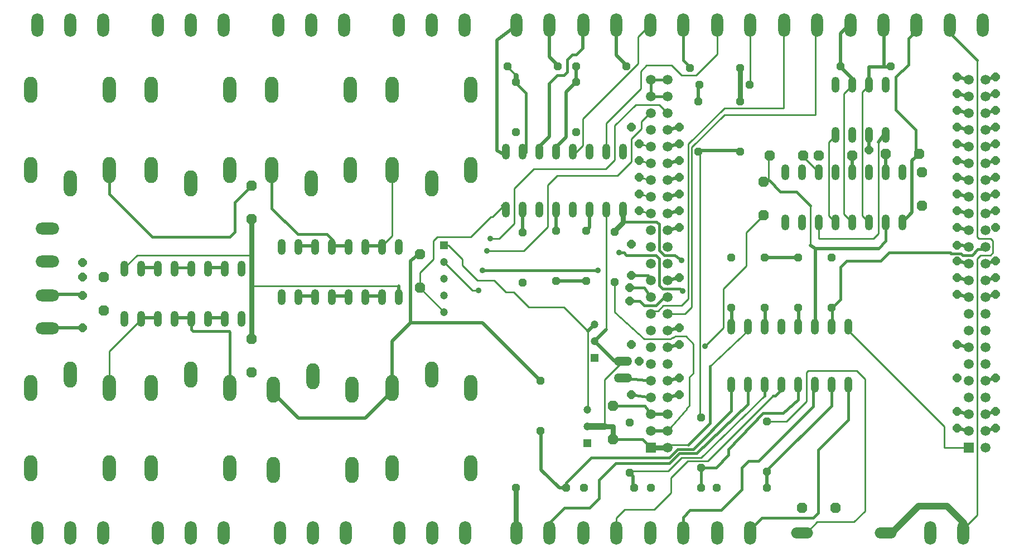
<source format=gtl>
G04 #@! TF.GenerationSoftware,KiCad,Pcbnew,(6.0.9)*
G04 #@! TF.CreationDate,2022-12-31T07:10:18+09:00*
G04 #@! TF.ProjectId,osso,6f73736f-2e6b-4696-9361-645f70636258,rev?*
G04 #@! TF.SameCoordinates,Original*
G04 #@! TF.FileFunction,Copper,L1,Top*
G04 #@! TF.FilePolarity,Positive*
%FSLAX46Y46*%
G04 Gerber Fmt 4.6, Leading zero omitted, Abs format (unit mm)*
G04 Created by KiCad (PCBNEW (6.0.9)) date 2022-12-31 07:10:18*
%MOMM*%
%LPD*%
G01*
G04 APERTURE LIST*
G04 Aperture macros list*
%AMOutline5P*
0 Free polygon, 5 corners , with rotation*
0 The origin of the aperture is its center*
0 number of corners: always 5*
0 $1 to $10 corner X, Y*
0 $11 Rotation angle, in degrees counterclockwise*
0 create outline with 5 corners*
4,1,5,$1,$2,$3,$4,$5,$6,$7,$8,$9,$10,$1,$2,$11*%
%AMOutline6P*
0 Free polygon, 6 corners , with rotation*
0 The origin of the aperture is its center*
0 number of corners: always 6*
0 $1 to $12 corner X, Y*
0 $13 Rotation angle, in degrees counterclockwise*
0 create outline with 6 corners*
4,1,6,$1,$2,$3,$4,$5,$6,$7,$8,$9,$10,$11,$12,$1,$2,$13*%
%AMOutline7P*
0 Free polygon, 7 corners , with rotation*
0 The origin of the aperture is its center*
0 number of corners: always 7*
0 $1 to $14 corner X, Y*
0 $15 Rotation angle, in degrees counterclockwise*
0 create outline with 7 corners*
4,1,7,$1,$2,$3,$4,$5,$6,$7,$8,$9,$10,$11,$12,$13,$14,$1,$2,$15*%
%AMOutline8P*
0 Free polygon, 8 corners , with rotation*
0 The origin of the aperture is its center*
0 number of corners: always 8*
0 $1 to $16 corner X, Y*
0 $17 Rotation angle, in degrees counterclockwise*
0 create outline with 8 corners*
4,1,8,$1,$2,$3,$4,$5,$6,$7,$8,$9,$10,$11,$12,$13,$14,$15,$16,$1,$2,$17*%
G04 Aperture macros list end*
G04 #@! TA.AperFunction,ComponentPad*
%ADD10Outline8P,-0.609600X0.252505X-0.252505X0.609600X0.252505X0.609600X0.609600X0.252505X0.609600X-0.252505X0.252505X-0.609600X-0.252505X-0.609600X-0.609600X-0.252505X270.000000*%
G04 #@! TD*
G04 #@! TA.AperFunction,ComponentPad*
%ADD11Outline8P,-0.800100X0.331412X-0.331412X0.800100X0.331412X0.800100X0.800100X0.331412X0.800100X-0.331412X0.331412X-0.800100X-0.331412X-0.800100X-0.800100X-0.331412X180.000000*%
G04 #@! TD*
G04 #@! TA.AperFunction,ComponentPad*
%ADD12Outline8P,-0.654000X0.270896X-0.270896X0.654000X0.270896X0.654000X0.654000X0.270896X0.654000X-0.270896X0.270896X-0.654000X-0.270896X-0.654000X-0.654000X-0.270896X0.000000*%
G04 #@! TD*
G04 #@! TA.AperFunction,ComponentPad*
%ADD13Outline8P,-0.800100X0.331412X-0.331412X0.800100X0.331412X0.800100X0.800100X0.331412X0.800100X-0.331412X0.331412X-0.800100X-0.331412X-0.800100X-0.800100X-0.331412X90.000000*%
G04 #@! TD*
G04 #@! TA.AperFunction,ComponentPad*
%ADD14Outline8P,-0.800100X0.331412X-0.331412X0.800100X0.331412X0.800100X0.800100X0.331412X0.800100X-0.331412X0.331412X-0.800100X-0.331412X-0.800100X-0.800100X-0.331412X270.000000*%
G04 #@! TD*
G04 #@! TA.AperFunction,ComponentPad*
%ADD15O,1.790700X3.581400*%
G04 #@! TD*
G04 #@! TA.AperFunction,ComponentPad*
%ADD16Outline8P,-0.609600X0.252505X-0.252505X0.609600X0.252505X0.609600X0.609600X0.252505X0.609600X-0.252505X0.252505X-0.609600X-0.252505X-0.609600X-0.609600X-0.252505X0.000000*%
G04 #@! TD*
G04 #@! TA.AperFunction,ComponentPad*
%ADD17O,1.219200X2.438400*%
G04 #@! TD*
G04 #@! TA.AperFunction,ComponentPad*
%ADD18Outline8P,-0.609600X0.252505X-0.252505X0.609600X0.252505X0.609600X0.609600X0.252505X0.609600X-0.252505X0.252505X-0.609600X-0.252505X-0.609600X-0.609600X-0.252505X90.000000*%
G04 #@! TD*
G04 #@! TA.AperFunction,ComponentPad*
%ADD19O,1.981200X3.962400*%
G04 #@! TD*
G04 #@! TA.AperFunction,ComponentPad*
%ADD20O,3.581400X1.790700*%
G04 #@! TD*
G04 #@! TA.AperFunction,ComponentPad*
%ADD21R,1.200000X1.200000*%
G04 #@! TD*
G04 #@! TA.AperFunction,ComponentPad*
%ADD22C,1.200000*%
G04 #@! TD*
G04 #@! TA.AperFunction,ComponentPad*
%ADD23Outline8P,-0.800100X0.331412X-0.331412X0.800100X0.331412X0.800100X0.800100X0.331412X0.800100X-0.331412X0.331412X-0.800100X-0.331412X-0.800100X-0.800100X-0.331412X0.000000*%
G04 #@! TD*
G04 #@! TA.AperFunction,ComponentPad*
%ADD24Outline8P,-0.609600X0.252505X-0.252505X0.609600X0.252505X0.609600X0.609600X0.252505X0.609600X-0.252505X0.252505X-0.609600X-0.252505X-0.609600X-0.609600X-0.252505X180.000000*%
G04 #@! TD*
G04 #@! TA.AperFunction,ComponentPad*
%ADD25O,3.352800X1.676400*%
G04 #@! TD*
G04 #@! TA.AperFunction,ComponentPad*
%ADD26O,2.743200X1.371600*%
G04 #@! TD*
G04 #@! TA.AperFunction,ComponentPad*
%ADD27R,1.500000X1.500000*%
G04 #@! TD*
G04 #@! TA.AperFunction,ComponentPad*
%ADD28C,1.500000*%
G04 #@! TD*
G04 #@! TA.AperFunction,ViaPad*
%ADD29C,0.904800*%
G04 #@! TD*
G04 #@! TA.AperFunction,Conductor*
%ADD30C,0.762000*%
G04 #@! TD*
G04 #@! TA.AperFunction,Conductor*
%ADD31C,0.254000*%
G04 #@! TD*
G04 #@! TA.AperFunction,Conductor*
%ADD32C,0.508000*%
G04 #@! TD*
G04 #@! TA.AperFunction,Conductor*
%ADD33C,0.381000*%
G04 #@! TD*
G04 #@! TA.AperFunction,Conductor*
%ADD34C,0.152400*%
G04 #@! TD*
G04 #@! TA.AperFunction,Conductor*
%ADD35C,0.406400*%
G04 #@! TD*
G04 #@! TA.AperFunction,Conductor*
%ADD36C,1.016000*%
G04 #@! TD*
G04 APERTURE END LIST*
D10*
X155797100Y-97671850D03*
X155797100Y-105291850D03*
D11*
X200755100Y-86241850D03*
X195675100Y-86241850D03*
D12*
X222472100Y-84463850D03*
D13*
X87090100Y-109736850D03*
X87090100Y-104656850D03*
D12*
X222472100Y-125103850D03*
X203295100Y-85352850D03*
D14*
X109569100Y-90813850D03*
X109569100Y-95893850D03*
D12*
X222472100Y-79383850D03*
X222472100Y-81923850D03*
X216630100Y-84463850D03*
X168370100Y-117483850D03*
D10*
X150717100Y-97925850D03*
X150717100Y-105545850D03*
D12*
X216630100Y-92083850D03*
X83915100Y-104656850D03*
X168370100Y-92083850D03*
X222472100Y-97163850D03*
X174466100Y-81923850D03*
D15*
X154741100Y-66429850D03*
X149741100Y-66429850D03*
D12*
X174466100Y-92083850D03*
X174466100Y-84463850D03*
D13*
X187293100Y-95258850D03*
X187293100Y-90178850D03*
D12*
X167227100Y-122563850D03*
X216630100Y-127643850D03*
X216630100Y-89543850D03*
X216630100Y-97163850D03*
D15*
X164901100Y-66429850D03*
X159901100Y-66429850D03*
D12*
X222472100Y-127643850D03*
D14*
X211296100Y-88781850D03*
X211296100Y-93861850D03*
D15*
X77010100Y-143538850D03*
X82010100Y-143538850D03*
X87010100Y-143538850D03*
X175061100Y-66429850D03*
X170061100Y-66429850D03*
D16*
X176117100Y-72906850D03*
X183737100Y-72906850D03*
D12*
X174466100Y-120023850D03*
D17*
X165957100Y-85632250D03*
X163417100Y-85632250D03*
X160877100Y-85632250D03*
X158337100Y-85632250D03*
X155797100Y-85632250D03*
X153257100Y-85632250D03*
X150717100Y-85632250D03*
X148177100Y-85632250D03*
X148177100Y-94471450D03*
X150717100Y-94471450D03*
X153257100Y-94471450D03*
X155797100Y-94471450D03*
X158337100Y-94471450D03*
X160877100Y-94471450D03*
X163417100Y-94471450D03*
X165957100Y-94471450D03*
D12*
X216630100Y-79383850D03*
D18*
X187801100Y-134247850D03*
X187801100Y-126627850D03*
D12*
X167227100Y-114943850D03*
D15*
X185221100Y-66429850D03*
X180221100Y-66429850D03*
D12*
X174466100Y-104783850D03*
D10*
X177387100Y-77986850D03*
X177387100Y-85606850D03*
D12*
X174466100Y-114943850D03*
X222472100Y-94623850D03*
D15*
X170061100Y-143518850D03*
X175061100Y-143518850D03*
D12*
X216630100Y-102243850D03*
X216630100Y-81923850D03*
D15*
X123586100Y-66409850D03*
X118586100Y-66409850D03*
X113586100Y-66409850D03*
D12*
X83915100Y-112403850D03*
D10*
X149701100Y-75065850D03*
X149701100Y-82685850D03*
D19*
X87979100Y-88400850D03*
X76041100Y-88400850D03*
X76041100Y-76208850D03*
X82010100Y-90432850D03*
X87979100Y-76208850D03*
D15*
X159901100Y-143518850D03*
X164901100Y-143518850D03*
D12*
X222472100Y-76843850D03*
D14*
X164433100Y-124214850D03*
X164433100Y-129294850D03*
D10*
X158845100Y-75065850D03*
X158845100Y-82685850D03*
D15*
X113840100Y-143538850D03*
X118840100Y-143538850D03*
X123840100Y-143538850D03*
D12*
X167227100Y-104402850D03*
D16*
X180181100Y-136660850D03*
X187801100Y-136660850D03*
D12*
X83915100Y-102497850D03*
X168370100Y-84463850D03*
X222472100Y-107323850D03*
X222472100Y-87003850D03*
D19*
X94329100Y-121547850D03*
X106267100Y-121547850D03*
X106267100Y-133739850D03*
X100298100Y-119515850D03*
X94329100Y-133739850D03*
D15*
X132001100Y-143538850D03*
X137001100Y-143538850D03*
X142001100Y-143538850D03*
D12*
X216630100Y-76843850D03*
X222472100Y-74303850D03*
D17*
X182340100Y-121014450D03*
X184880100Y-121014450D03*
X187420100Y-121014450D03*
X189960100Y-121014450D03*
X192500100Y-121014450D03*
X195040100Y-121014450D03*
X197580100Y-121014450D03*
X200120100Y-121014450D03*
X200120100Y-112175250D03*
X197580100Y-112175250D03*
X195040100Y-112175250D03*
X192500100Y-112175250D03*
X189960100Y-112175250D03*
X187420100Y-112175250D03*
X184880100Y-112175250D03*
X182340100Y-112175250D03*
D12*
X168370100Y-89543850D03*
D15*
X149741100Y-143518850D03*
X154741100Y-143518850D03*
D19*
X124555100Y-88400850D03*
X112617100Y-88400850D03*
X112617100Y-76208850D03*
X118586100Y-90432850D03*
X124555100Y-76208850D03*
D15*
X212606100Y-143518850D03*
X217606100Y-143518850D03*
D12*
X216630100Y-87003850D03*
X167227100Y-99703850D03*
D15*
X220527100Y-66429850D03*
X215527100Y-66429850D03*
D12*
X166973100Y-106307850D03*
X174466100Y-97163850D03*
D15*
X95298100Y-143538850D03*
X100298100Y-143538850D03*
X105298100Y-143538850D03*
X141874100Y-66409850D03*
X136874100Y-66409850D03*
X131874100Y-66409850D03*
D20*
X78581100Y-102330850D03*
X78581100Y-97330850D03*
D12*
X222472100Y-102243850D03*
D19*
X112871100Y-121801850D03*
X124809100Y-121801850D03*
X124809100Y-133993850D03*
X118840100Y-119769850D03*
X112871100Y-133993850D03*
D12*
X174466100Y-89543850D03*
D21*
X161639100Y-116975850D03*
D22*
X161639100Y-114435850D03*
X161639100Y-111895850D03*
D17*
X108045100Y-103386850D03*
X105505100Y-103386850D03*
X102965100Y-103386850D03*
X100425100Y-103386850D03*
X97885100Y-103386850D03*
X95345100Y-103386850D03*
X92805100Y-103386850D03*
X90265100Y-103386850D03*
X90265100Y-111006850D03*
X92805100Y-111006850D03*
X95345100Y-111006850D03*
X97885100Y-111006850D03*
X100425100Y-111006850D03*
X102965100Y-111006850D03*
X105505100Y-111006850D03*
X108045100Y-111006850D03*
D23*
X193135100Y-139708850D03*
X198215100Y-139708850D03*
D13*
X109569100Y-119134850D03*
X109569100Y-114054850D03*
D12*
X216630100Y-114943850D03*
D18*
X153384100Y-128024850D03*
X153384100Y-120404850D03*
D20*
X78581100Y-112490850D03*
X78581100Y-107490850D03*
D11*
X210915100Y-85987850D03*
X205835100Y-85987850D03*
D16*
X159988100Y-136660850D03*
X167608100Y-136660850D03*
D12*
X167227100Y-81923850D03*
D14*
X135096100Y-101227850D03*
X135096100Y-106307850D03*
D12*
X216630100Y-120023850D03*
X216630100Y-107323850D03*
X222472100Y-92083850D03*
X166973100Y-108339850D03*
D16*
X149701100Y-136660850D03*
X157321100Y-136660850D03*
D12*
X168370100Y-94623850D03*
X216630100Y-104783850D03*
D11*
X193262100Y-86241850D03*
X188182100Y-86241850D03*
D19*
X130905100Y-121547850D03*
X142843100Y-121547850D03*
X142843100Y-133739850D03*
X136874100Y-119515850D03*
X130905100Y-133739850D03*
D18*
X182340100Y-109355850D03*
X182340100Y-101735850D03*
D12*
X216630100Y-94623850D03*
D19*
X76041100Y-121547850D03*
X87979100Y-121547850D03*
X87979100Y-133739850D03*
X82010100Y-119515850D03*
X76041100Y-133739850D03*
D10*
X164687100Y-97798850D03*
X164687100Y-105418850D03*
D12*
X222472100Y-120023850D03*
X174466100Y-122563850D03*
D21*
X160496100Y-129929850D03*
D22*
X160496100Y-127389850D03*
X160496100Y-124849850D03*
D12*
X174466100Y-112403850D03*
D18*
X177768100Y-133612850D03*
X177768100Y-125992850D03*
D24*
X166465100Y-72652850D03*
X158845100Y-72652850D03*
D12*
X222472100Y-104783850D03*
X216630100Y-74303850D03*
X168370100Y-87003850D03*
D15*
X105298100Y-66409850D03*
X100298100Y-66409850D03*
X95298100Y-66409850D03*
D25*
X205835100Y-143518850D03*
X193135100Y-143518850D03*
D21*
X138779100Y-99830850D03*
D22*
X138779100Y-102370850D03*
X138779100Y-104910850D03*
X138779100Y-107450850D03*
X138779100Y-109990850D03*
D12*
X83915100Y-107450850D03*
D18*
X166973100Y-134374850D03*
X166973100Y-126754850D03*
D26*
X165957100Y-117483850D03*
X165957100Y-120023850D03*
D12*
X222472100Y-89543850D03*
D15*
X180221100Y-143518850D03*
X185221100Y-143518850D03*
D12*
X174466100Y-87003850D03*
D16*
X170148100Y-136660850D03*
X177768100Y-136660850D03*
D12*
X216630100Y-125103850D03*
D24*
X206597100Y-72652850D03*
X198977100Y-72652850D03*
D17*
X114141100Y-107704850D03*
X116681100Y-107704850D03*
X119221100Y-107704850D03*
X121761100Y-107704850D03*
X124301100Y-107704850D03*
X126841100Y-107704850D03*
X129381100Y-107704850D03*
X131921100Y-107704850D03*
X131921100Y-100084850D03*
X129381100Y-100084850D03*
X126841100Y-100084850D03*
X124301100Y-100084850D03*
X121761100Y-100084850D03*
X119221100Y-100084850D03*
X116681100Y-100084850D03*
X114141100Y-100084850D03*
D12*
X174466100Y-94623850D03*
D10*
X183737100Y-77986850D03*
X183737100Y-85606850D03*
D12*
X216630100Y-99830850D03*
D17*
X208375100Y-88781850D03*
X205835100Y-88781850D03*
X203295100Y-88781850D03*
X200755100Y-88781850D03*
X198215100Y-88781850D03*
X195675100Y-88781850D03*
X193135100Y-88781850D03*
X190595100Y-88781850D03*
X190595100Y-96401850D03*
X193135100Y-96401850D03*
X195675100Y-96401850D03*
X198215100Y-96401850D03*
X200755100Y-96401850D03*
X203295100Y-96401850D03*
X205835100Y-96401850D03*
X208375100Y-96401850D03*
D15*
X195381100Y-66429850D03*
X190381100Y-66429850D03*
D24*
X185134100Y-75446850D03*
X177514100Y-75446850D03*
D15*
X87010100Y-66409850D03*
X82010100Y-66409850D03*
X77010100Y-66409850D03*
D19*
X142843100Y-88400850D03*
X130905100Y-88400850D03*
X130905100Y-76208850D03*
X136874100Y-90432850D03*
X142843100Y-76208850D03*
X106267100Y-88400850D03*
X94329100Y-88400850D03*
X94329100Y-76208850D03*
X100298100Y-90432850D03*
X106267100Y-76208850D03*
D24*
X156051100Y-72652850D03*
X148431100Y-72652850D03*
D18*
X192500100Y-109355850D03*
X192500100Y-101735850D03*
D15*
X210454100Y-66409850D03*
X205454100Y-66409850D03*
X200454100Y-66409850D03*
D17*
X198215100Y-83066850D03*
X200755100Y-83066850D03*
X203295100Y-83066850D03*
X205835100Y-83066850D03*
X205835100Y-75446850D03*
X203295100Y-75446850D03*
X200755100Y-75446850D03*
X198215100Y-75446850D03*
D18*
X187420100Y-109355850D03*
X187420100Y-101735850D03*
X197580100Y-109355850D03*
X197580100Y-101735850D03*
D10*
X160369100Y-97671850D03*
X160369100Y-105291850D03*
D27*
X218408100Y-130564850D03*
D28*
X220948100Y-130564850D03*
X218408100Y-128024850D03*
X220948100Y-128024850D03*
X218408100Y-125484850D03*
X220948100Y-125484850D03*
X218408100Y-122944850D03*
X220948100Y-122944850D03*
X218408100Y-120404850D03*
X220948100Y-120404850D03*
X218408100Y-117864850D03*
X220948100Y-117864850D03*
X218408100Y-115324850D03*
X220948100Y-115324850D03*
X218408100Y-112784850D03*
X220948100Y-112784850D03*
X218408100Y-110244850D03*
X220948100Y-110244850D03*
X218408100Y-107704850D03*
X220948100Y-107704850D03*
X218408100Y-105164850D03*
X220948100Y-105164850D03*
X218408100Y-102624850D03*
X220948100Y-102624850D03*
X218408100Y-100084850D03*
X220948100Y-100084850D03*
X218408100Y-97544850D03*
X220948100Y-97544850D03*
X218408100Y-95004850D03*
X220948100Y-95004850D03*
X218408100Y-92464850D03*
X220948100Y-92464850D03*
X218408100Y-89924850D03*
X220948100Y-89924850D03*
X218408100Y-87384850D03*
X220948100Y-87384850D03*
X218408100Y-84844850D03*
X220948100Y-84844850D03*
X218408100Y-82304850D03*
X220948100Y-82304850D03*
X218408100Y-79764850D03*
X220948100Y-79764850D03*
X218408100Y-77224850D03*
X220948100Y-77224850D03*
X218408100Y-74684850D03*
X220948100Y-74684850D03*
D27*
X170148100Y-130564850D03*
D28*
X172688100Y-130564850D03*
X170148100Y-128024850D03*
X172688100Y-128024850D03*
X170148100Y-125484850D03*
X172688100Y-125484850D03*
X170148100Y-122944850D03*
X172688100Y-122944850D03*
X170148100Y-120404850D03*
X172688100Y-120404850D03*
X170148100Y-117864850D03*
X172688100Y-117864850D03*
X170148100Y-115324850D03*
X172688100Y-115324850D03*
X170148100Y-112784850D03*
X172688100Y-112784850D03*
X170148100Y-110244850D03*
X172688100Y-110244850D03*
X170148100Y-107704850D03*
X172688100Y-107704850D03*
X170148100Y-105164850D03*
X172688100Y-105164850D03*
X170148100Y-102624850D03*
X172688100Y-102624850D03*
X170148100Y-100084850D03*
X172688100Y-100084850D03*
X170148100Y-97544850D03*
X172688100Y-97544850D03*
X170148100Y-95004850D03*
X172688100Y-95004850D03*
X170148100Y-92464850D03*
X172688100Y-92464850D03*
X170148100Y-89924850D03*
X172688100Y-89924850D03*
X170148100Y-87384850D03*
X172688100Y-87384850D03*
X170148100Y-84844850D03*
X172688100Y-84844850D03*
X170148100Y-82304850D03*
X172688100Y-82304850D03*
X170148100Y-79764850D03*
X172688100Y-79764850D03*
X170148100Y-77224850D03*
X172688100Y-77224850D03*
X170148100Y-74684850D03*
X172688100Y-74684850D03*
D29*
X178403100Y-115197850D03*
X144621100Y-103640850D03*
X162147100Y-103640850D03*
X145256100Y-100719850D03*
X145764100Y-98814850D03*
X143986100Y-106688850D03*
X174847100Y-102116850D03*
X174974100Y-106815850D03*
X165322100Y-100973850D03*
D30*
X109569100Y-95893850D02*
X109569100Y-101354850D01*
D31*
X188055100Y-90051850D02*
X187293100Y-90051850D01*
X194405100Y-99830850D02*
X194405100Y-93861850D01*
D32*
X90265100Y-103259850D02*
X90265100Y-103386850D01*
D31*
X179165100Y-118245850D02*
X184880100Y-112784850D01*
X142843100Y-98560850D02*
X145891100Y-95512850D01*
D33*
X147669100Y-93861850D02*
X147669100Y-93988850D01*
D34*
X195167100Y-112657850D02*
X195040100Y-112784850D01*
X205835100Y-75319850D02*
X205835100Y-75446850D01*
D31*
X109569100Y-101354850D02*
X92170100Y-101354850D01*
D33*
X192246100Y-91702850D02*
X194405100Y-93861850D01*
D31*
X131921100Y-106053850D02*
X109569100Y-106053850D01*
D33*
X189833100Y-91702850D02*
X192246100Y-91702850D01*
D31*
X135096100Y-104021850D02*
X137128100Y-101989850D01*
D32*
X164687100Y-117483850D02*
X161639100Y-114435850D01*
D33*
X175863100Y-130183850D02*
X179165100Y-126881850D01*
D31*
X145891100Y-95512850D02*
X146145100Y-95512850D01*
X92170100Y-101354850D02*
X90265100Y-103259850D01*
D33*
X164433100Y-129294850D02*
X168878100Y-129294850D01*
D32*
X165957100Y-117483850D02*
X164687100Y-117483850D01*
D33*
X188182100Y-90051850D02*
X189833100Y-91702850D01*
D32*
X195167100Y-112657850D02*
X195167100Y-100338850D01*
D31*
X214725100Y-127389850D02*
X214725100Y-130564850D01*
D30*
X109569100Y-106053850D02*
X109569100Y-114054850D01*
D31*
X172942100Y-130564850D02*
X173323100Y-130183850D01*
X135096100Y-106307850D02*
X135096100Y-104021850D01*
D33*
X172688100Y-74684850D02*
X170148100Y-74684850D01*
D31*
X137128100Y-101989850D02*
X137128100Y-99195850D01*
X165957100Y-117483850D02*
X163163100Y-120277850D01*
X163417100Y-93861850D02*
X163417100Y-112657850D01*
D30*
X164433100Y-127389850D02*
X163163100Y-127389850D01*
D31*
X146145100Y-95512850D02*
X147669100Y-93988850D01*
D33*
X205835100Y-99195850D02*
X204692100Y-100338850D01*
D31*
X137763100Y-98560850D02*
X142843100Y-98560850D01*
D33*
X168878100Y-129294850D02*
X170148100Y-130564850D01*
D31*
X135096100Y-106307850D02*
X138779100Y-109990850D01*
D35*
X179165100Y-126881850D02*
X179165100Y-118245850D01*
D31*
X173323100Y-130183850D02*
X175863100Y-130183850D01*
D30*
X164433100Y-129294850D02*
X164433100Y-127389850D01*
D31*
X163163100Y-120277850D02*
X163163100Y-127389850D01*
X214725100Y-130564850D02*
X218408100Y-130564850D01*
D36*
X163163100Y-127389850D02*
X160496100Y-127389850D01*
D33*
X170148100Y-74684850D02*
X170148100Y-77224850D01*
D30*
X172688100Y-130564850D02*
X170148100Y-130564850D01*
D32*
X163417100Y-112657850D02*
X161639100Y-114435850D01*
D33*
X172688100Y-77224850D02*
X170148100Y-77224850D01*
D31*
X188055100Y-86241850D02*
X188055100Y-90051850D01*
D33*
X205835100Y-96401850D02*
X205835100Y-99195850D01*
D32*
X131921100Y-107704850D02*
X131921100Y-106053850D01*
D36*
X187293100Y-90051850D02*
X187293100Y-90178850D01*
D31*
X200120100Y-112784850D02*
X214725100Y-127389850D01*
X137128100Y-99195850D02*
X137763100Y-98560850D01*
D30*
X109569100Y-101354850D02*
X109569100Y-106053850D01*
D32*
X195167100Y-100338850D02*
X204692100Y-100338850D01*
X148177100Y-93861850D02*
X147669100Y-93861850D01*
D31*
X172688100Y-130564850D02*
X172942100Y-130564850D01*
D32*
X195167100Y-100338850D02*
X194405100Y-99830850D01*
D30*
X188055100Y-86241850D02*
X188182100Y-86241850D01*
D33*
X188055100Y-90051850D02*
X188182100Y-90051850D01*
D32*
X177641100Y-85987850D02*
X177387100Y-85733850D01*
X134969100Y-101227850D02*
X133699100Y-102243850D01*
D31*
X190722100Y-126627850D02*
X193770100Y-123579850D01*
D34*
X177641100Y-125865850D02*
X177768100Y-125992850D01*
D33*
X94456100Y-98560850D02*
X106267100Y-98560850D01*
D32*
X130651100Y-122309850D02*
X130905100Y-121547850D01*
D33*
X107029100Y-97798850D02*
X107029100Y-93353850D01*
D31*
X193770100Y-123579850D02*
X193770100Y-119134850D01*
X202660100Y-120150850D02*
X202660100Y-140216850D01*
D32*
X116681100Y-126119850D02*
X112871100Y-122309850D01*
D33*
X87979100Y-88400850D02*
X87979100Y-92083850D01*
D32*
X130651100Y-122309850D02*
X126841100Y-126119850D01*
X144621100Y-111641850D02*
X153384100Y-120404850D01*
D31*
X193770100Y-119134850D02*
X194024100Y-118880850D01*
X202660100Y-140216850D02*
X201009100Y-141867850D01*
D33*
X106267100Y-98560850D02*
X107029100Y-97798850D01*
D34*
X177387100Y-85479850D02*
X177387100Y-85606850D01*
D31*
X201390100Y-118880850D02*
X202660100Y-120150850D01*
D32*
X133699100Y-111641850D02*
X144621100Y-111641850D01*
D34*
X183737100Y-85479850D02*
X183737100Y-85606850D01*
D31*
X187801100Y-126627850D02*
X190722100Y-126627850D01*
D33*
X87979100Y-92083850D02*
X94456100Y-98560850D01*
D32*
X183737100Y-85479850D02*
X177387100Y-85479850D01*
D31*
X177641100Y-125865850D02*
X177641100Y-85987850D01*
X201009100Y-141867850D02*
X195421100Y-141867850D01*
D32*
X126841100Y-126119850D02*
X116681100Y-126119850D01*
D31*
X194024100Y-118880850D02*
X201390100Y-118880850D01*
D34*
X177387100Y-85733850D02*
X177387100Y-85606850D01*
D31*
X195421100Y-141867850D02*
X193770100Y-143518850D01*
D32*
X112871100Y-122309850D02*
X112871100Y-121801850D01*
X130905100Y-121547850D02*
X130905100Y-114435850D01*
X133699100Y-102243850D02*
X133699100Y-111641850D01*
X134969100Y-101227850D02*
X135096100Y-101227850D01*
D31*
X193770100Y-143518850D02*
X193135100Y-143518850D01*
D33*
X107029100Y-93353850D02*
X109569100Y-90813850D01*
D32*
X130905100Y-114435850D02*
X133699100Y-111641850D01*
D33*
X207359100Y-79256850D02*
X207359100Y-74303850D01*
D32*
X172688100Y-125484850D02*
X170148100Y-125484850D01*
D33*
X207359100Y-74303850D02*
X209264100Y-72398850D01*
D31*
X146399100Y-105164850D02*
X148177100Y-106942850D01*
X139414100Y-99830850D02*
X141573100Y-101989850D01*
X210915100Y-85987850D02*
X210407100Y-85479850D01*
D33*
X209772100Y-67953850D02*
X209772100Y-67108550D01*
D31*
X181197100Y-106434850D02*
X184626100Y-103005850D01*
X143859100Y-105164850D02*
X146399100Y-105164850D01*
X149320100Y-106942850D02*
X151606100Y-109228850D01*
X160623100Y-124849850D02*
X160623100Y-112911850D01*
D32*
X210915100Y-85987850D02*
X209772100Y-87003850D01*
D31*
X181197100Y-112403850D02*
X181197100Y-106434850D01*
D33*
X209772100Y-67108550D02*
X210028359Y-66852291D01*
D32*
X160623100Y-112911850D02*
X161639100Y-111895850D01*
D31*
X151606100Y-109228850D02*
X156940100Y-109228850D01*
D34*
X210407100Y-66429850D02*
X210454100Y-66409850D01*
D31*
X178403100Y-115197850D02*
X181197100Y-112403850D01*
X138779100Y-99830850D02*
X139414100Y-99830850D01*
X141573100Y-101989850D02*
X141573100Y-102878850D01*
D32*
X209772100Y-94877850D02*
X208375100Y-96401850D01*
D33*
X164433100Y-124214850D02*
X169259100Y-124214850D01*
X210028359Y-66835591D02*
X210454100Y-66409850D01*
D32*
X209772100Y-87003850D02*
X209772100Y-94877850D01*
D33*
X210407100Y-82304850D02*
X207359100Y-79256850D01*
D31*
X141573100Y-102878850D02*
X143859100Y-105164850D01*
X184626100Y-97925850D02*
X187293100Y-95258850D01*
D33*
X210407100Y-85479850D02*
X210407100Y-82304850D01*
X210028359Y-66852291D02*
X210028359Y-66835591D01*
D34*
X160623100Y-124849850D02*
X160496100Y-124849850D01*
D33*
X209264100Y-68461850D02*
X209772100Y-67953850D01*
X209264100Y-72398850D02*
X209264100Y-68461850D01*
D31*
X184626100Y-103005850D02*
X184626100Y-97925850D01*
X148177100Y-106942850D02*
X149320100Y-106942850D01*
X156940100Y-109228850D02*
X160623100Y-112911850D01*
D33*
X169259100Y-124214850D02*
X170148100Y-125484850D01*
D31*
X130905100Y-88400850D02*
X130905100Y-98433850D01*
X130905100Y-98433850D02*
X129381100Y-99957850D01*
D32*
X129381100Y-99957850D02*
X126841100Y-99957850D01*
X126841100Y-99957850D02*
X126841100Y-100084850D01*
D31*
X129381100Y-99957850D02*
X129381100Y-100084850D01*
D33*
X112617100Y-88400850D02*
X112617100Y-90813850D01*
X116554100Y-98179850D02*
X120999100Y-98179850D01*
X121888100Y-99957850D02*
X121761100Y-100084850D01*
D32*
X124301100Y-99957850D02*
X124301100Y-100084850D01*
D33*
X112617100Y-94242850D02*
X116554100Y-98179850D01*
X120999100Y-98179850D02*
X121888100Y-99068850D01*
D32*
X121761100Y-99957850D02*
X121761100Y-100084850D01*
D33*
X112617100Y-90813850D02*
X112617100Y-94242850D01*
D32*
X124301100Y-99957850D02*
X121761100Y-99957850D01*
D33*
X121888100Y-99068850D02*
X121888100Y-99957850D01*
D34*
X116681100Y-99957850D02*
X116681100Y-100084850D01*
D32*
X119221100Y-99957850D02*
X116681100Y-99957850D01*
X119221100Y-99957850D02*
X119221100Y-100084850D01*
D31*
X87979100Y-115959850D02*
X92805100Y-111133850D01*
D32*
X92805100Y-110879850D02*
X92805100Y-111006850D01*
X95345100Y-110879850D02*
X95345100Y-111006850D01*
X95345100Y-110879850D02*
X92805100Y-110879850D01*
D31*
X87979100Y-121547850D02*
X87979100Y-115959850D01*
D32*
X92805100Y-111133850D02*
X92805100Y-111006850D01*
X100425100Y-110879850D02*
X97885100Y-110879850D01*
D35*
X100425100Y-112657850D02*
X100679100Y-112911850D01*
X106267100Y-121547850D02*
X106267100Y-113038850D01*
D31*
X106267100Y-113038850D02*
X106267100Y-112784850D01*
D35*
X106140100Y-112911850D02*
X106267100Y-113038850D01*
D32*
X97885100Y-110879850D02*
X97885100Y-111006850D01*
D35*
X100679100Y-112911850D02*
X106140100Y-112911850D01*
X100425100Y-112657850D02*
X100425100Y-111006850D01*
D32*
X100425100Y-110879850D02*
X100425100Y-111006850D01*
X105505100Y-110879850D02*
X105505100Y-111006850D01*
X102965100Y-110879850D02*
X102965100Y-111006850D01*
X105505100Y-110879850D02*
X102965100Y-110879850D01*
X126841100Y-107577850D02*
X126841100Y-107704850D01*
X129381100Y-107577850D02*
X129381100Y-107704850D01*
X129381100Y-107577850D02*
X126841100Y-107577850D01*
X124301100Y-107577850D02*
X121761100Y-107577850D01*
D34*
X124301100Y-107577850D02*
X124301100Y-107704850D01*
D32*
X121761100Y-107577850D02*
X121761100Y-107704850D01*
X119221100Y-107577850D02*
X116681100Y-107577850D01*
D33*
X144621100Y-103640850D02*
X162147100Y-103640850D01*
D32*
X116681100Y-107577850D02*
X116681100Y-107704850D01*
D34*
X119221100Y-107577850D02*
X119221100Y-107704850D01*
D31*
X95599100Y-103132850D02*
X95472100Y-103132850D01*
D32*
X92805100Y-103259850D02*
X92805100Y-103386850D01*
D31*
X95345100Y-103259850D02*
X95472100Y-103259850D01*
X95218100Y-103386850D02*
X95472100Y-103386850D01*
X95472100Y-103132850D02*
X95218100Y-103386850D01*
X95472100Y-103259850D02*
X95599100Y-103132850D01*
D32*
X95345100Y-103259850D02*
X92805100Y-103259850D01*
X95345100Y-103259850D02*
X95345100Y-103386850D01*
D31*
X170148100Y-79764850D02*
X170148100Y-79637850D01*
D33*
X97885100Y-103259850D02*
X100298100Y-103259850D01*
X100298100Y-103259850D02*
X100425100Y-103386850D01*
D31*
X165068100Y-89289850D02*
X167227100Y-87130850D01*
X154527100Y-97036850D02*
X154527100Y-90686850D01*
X167227100Y-87130850D02*
X167227100Y-83701850D01*
X154527100Y-90686850D02*
X155924100Y-89289850D01*
X168751100Y-82177850D02*
X167227100Y-83701850D01*
X168751100Y-81034850D02*
X168751100Y-82177850D01*
X150844100Y-100719850D02*
X154527100Y-97036850D01*
D32*
X97885100Y-103259850D02*
X97885100Y-103386850D01*
D31*
X145256100Y-100719850D02*
X150844100Y-100719850D01*
X155924100Y-89289850D02*
X165068100Y-89289850D01*
X170148100Y-79637850D02*
X168751100Y-81034850D01*
X102965100Y-103259850D02*
X102965100Y-103386850D01*
X105505100Y-103259850D02*
X105505100Y-103386850D01*
D32*
X105505100Y-103259850D02*
X102965100Y-103259850D01*
D31*
X147161100Y-98814850D02*
X149447100Y-96528850D01*
X163290100Y-88273850D02*
X164687100Y-86876850D01*
X171418100Y-78494850D02*
X172688100Y-79764850D01*
X164687100Y-81669850D02*
X167862100Y-78494850D01*
X164687100Y-86876850D02*
X164687100Y-81669850D01*
X149447100Y-91194850D02*
X152368100Y-88273850D01*
X149447100Y-96528850D02*
X149447100Y-91194850D01*
X167862100Y-78494850D02*
X171418100Y-78494850D01*
X145764100Y-98814850D02*
X147161100Y-98814850D01*
X152368100Y-88273850D02*
X163290100Y-88273850D01*
X185261100Y-66429850D02*
X185261100Y-75319850D01*
D32*
X185261100Y-75319850D02*
X185134100Y-75446850D01*
D34*
X185261100Y-66429850D02*
X185221100Y-66429850D01*
D32*
X177387100Y-75573850D02*
X177514100Y-75446850D01*
X177387100Y-75573850D02*
X177387100Y-77986850D01*
D35*
X175101100Y-71763850D02*
X176117100Y-72779850D01*
D34*
X176117100Y-72779850D02*
X176117100Y-72906850D01*
D32*
X175101100Y-66429850D02*
X175061100Y-66429850D01*
D35*
X175101100Y-66429850D02*
X175101100Y-71763850D01*
D30*
X183737100Y-72906850D02*
X183737100Y-77986850D01*
D32*
X166465100Y-72525850D02*
X166465100Y-72652850D01*
X164941100Y-66429850D02*
X164901100Y-66429850D01*
X164941100Y-71001850D02*
X166465100Y-72525850D01*
X164941100Y-66429850D02*
X164941100Y-71001850D01*
D33*
X155797100Y-86241850D02*
X155797100Y-84971850D01*
D32*
X157321100Y-76589850D02*
X157321100Y-83447850D01*
X158845100Y-75065850D02*
X158845100Y-72652850D01*
X158845100Y-75065850D02*
X157321100Y-76589850D01*
X155797100Y-84971850D02*
X157321100Y-83447850D01*
X154781100Y-71255850D02*
X156051100Y-72525850D01*
D34*
X156051100Y-72525850D02*
X156051100Y-72652850D01*
D32*
X154781100Y-66429850D02*
X154781100Y-71255850D01*
D34*
X154781100Y-66429850D02*
X154741100Y-66429850D01*
D30*
X148431100Y-72779850D02*
X148431100Y-72652850D01*
D33*
X149701100Y-75065850D02*
X149701100Y-75192850D01*
D30*
X149701100Y-75065850D02*
X149701100Y-74049850D01*
D33*
X149701100Y-75192850D02*
X151225100Y-76716850D01*
X151225100Y-85733850D02*
X150717100Y-86241850D01*
D31*
X149701100Y-74049850D02*
X148431100Y-72779850D01*
D33*
X151225100Y-76716850D02*
X151225100Y-85733850D01*
D34*
X149701100Y-143391850D02*
X149741100Y-143518850D01*
D30*
X149701100Y-143391850D02*
X149701100Y-136660850D01*
D32*
X153511100Y-128151850D02*
X153384100Y-128024850D01*
D33*
X161131100Y-132088850D02*
X172942100Y-132088850D01*
D32*
X153511100Y-133993850D02*
X156305100Y-136660850D01*
D33*
X157321100Y-136660850D02*
X157321100Y-135898850D01*
X157321100Y-135898850D02*
X161131100Y-132088850D01*
X176625100Y-130818850D02*
X174212100Y-130818850D01*
D32*
X156305100Y-136660850D02*
X157321100Y-136660850D01*
D35*
X182340100Y-120404850D02*
X182340100Y-124976850D01*
D32*
X153511100Y-128151850D02*
X153511100Y-133993850D01*
D33*
X182340100Y-124976850D02*
X176625100Y-130818850D01*
X174212100Y-130818850D02*
X172942100Y-132088850D01*
D35*
X187420100Y-120404850D02*
X187420100Y-122690850D01*
D31*
X187420100Y-122690850D02*
X177768100Y-132088850D01*
D33*
X167481100Y-134882850D02*
X166973100Y-134374850D01*
D31*
X177768100Y-132088850D02*
X174847100Y-132088850D01*
X174847100Y-132088850D02*
X172815100Y-134120850D01*
X172815100Y-134120850D02*
X167227100Y-134120850D01*
D32*
X167481100Y-136533850D02*
X167481100Y-135009850D01*
D34*
X166973100Y-134501850D02*
X166973100Y-134374850D01*
X167481100Y-136533850D02*
X167608100Y-136660850D01*
D33*
X167481100Y-135009850D02*
X167481100Y-134882850D01*
D31*
X167227100Y-134120850D02*
X166973100Y-134374850D01*
D35*
X181959100Y-130818850D02*
X187166100Y-125357850D01*
X177768100Y-136660850D02*
X177768100Y-133612850D01*
X192500100Y-123325850D02*
X192500100Y-120404850D01*
X181959100Y-131707850D02*
X181959100Y-130818850D01*
X177768100Y-133612850D02*
X180054100Y-133612850D01*
X180054100Y-133612850D02*
X181959100Y-131707850D01*
X192500100Y-123325850D02*
X190214100Y-125357850D01*
X190214100Y-125357850D02*
X187166100Y-125357850D01*
D32*
X187801100Y-134247850D02*
X187801100Y-136660850D01*
D35*
X187801100Y-134247850D02*
X187801100Y-133993850D01*
X197707100Y-120531850D02*
X197580100Y-120404850D01*
X197580100Y-124214850D02*
X197580100Y-121547850D01*
X187801100Y-133993850D02*
X197580100Y-124214850D01*
X197580100Y-121547850D02*
X197707100Y-121420850D01*
X197707100Y-121420850D02*
X197707100Y-120531850D01*
X187039100Y-141232850D02*
X194786100Y-141232850D01*
X185221100Y-143050850D02*
X187039100Y-141232850D01*
X194786100Y-141232850D02*
X195548100Y-140470850D01*
X200120100Y-126373850D02*
X200120100Y-120404850D01*
X195548100Y-130945850D02*
X200120100Y-126373850D01*
X185221100Y-143518850D02*
X185221100Y-143050850D01*
X195548100Y-140470850D02*
X195548100Y-130945850D01*
X194786100Y-120658850D02*
X195040100Y-120404850D01*
X180816100Y-140089850D02*
X183991100Y-136914850D01*
X175061100Y-141145850D02*
X176117100Y-140089850D01*
X175061100Y-143518850D02*
X175061100Y-141145850D01*
X185007100Y-132596850D02*
X186531100Y-132596850D01*
X186531100Y-132596850D02*
X194786100Y-124341850D01*
X194786100Y-124341850D02*
X194786100Y-120658850D01*
X183991100Y-136914850D02*
X183991100Y-133612850D01*
X176117100Y-140089850D02*
X180816100Y-140089850D01*
X183991100Y-133612850D02*
X185007100Y-132596850D01*
D31*
X166211100Y-139962850D02*
X170656100Y-139962850D01*
D35*
X189960100Y-121801850D02*
X189071100Y-122690850D01*
D31*
X164901100Y-141272850D02*
X166211100Y-139962850D01*
X188690100Y-122690850D02*
X178784100Y-132596850D01*
X178784100Y-132596850D02*
X175736100Y-132596850D01*
X170656100Y-139962850D02*
X173196100Y-137422850D01*
X164901100Y-143518850D02*
X164901100Y-141272850D01*
D35*
X189960100Y-120404850D02*
X189960100Y-121801850D01*
X189071100Y-122690850D02*
X188690100Y-122690850D01*
D31*
X173196100Y-135136850D02*
X175736100Y-132596850D01*
X173196100Y-137422850D02*
X173196100Y-135136850D01*
D35*
X184880100Y-120404850D02*
X184880100Y-123960850D01*
D33*
X177133100Y-131453850D02*
X174466100Y-131453850D01*
X184880100Y-123960850D02*
X177133100Y-131453850D01*
X157067100Y-139708850D02*
X160877100Y-139708850D01*
X174466100Y-131453850D02*
X172942100Y-132977850D01*
X164814100Y-132977850D02*
X172942100Y-132977850D01*
X162274100Y-138311850D02*
X162274100Y-135517850D01*
X160877100Y-139708850D02*
X162274100Y-138311850D01*
X162274100Y-135517850D02*
X164814100Y-132977850D01*
X154741100Y-143518850D02*
X154741100Y-142034850D01*
X154741100Y-142034850D02*
X157067100Y-139708850D01*
D31*
X163544100Y-86114850D02*
X163417100Y-86241850D01*
X174847100Y-74049850D02*
X173323100Y-72525850D01*
X163417100Y-81288850D02*
X163417100Y-84971850D01*
X173323100Y-72525850D02*
X169513100Y-72525850D01*
X168624100Y-73414850D02*
X168624100Y-76081850D01*
X169513100Y-72525850D02*
X168624100Y-73414850D01*
X177006100Y-74049850D02*
X174847100Y-74049850D01*
X180221100Y-66429850D02*
X180221100Y-70834850D01*
X163544100Y-85098850D02*
X163544100Y-86114850D01*
X180221100Y-70834850D02*
X177006100Y-74049850D01*
X163417100Y-84971850D02*
X163544100Y-85098850D01*
X168624100Y-76081850D02*
X163417100Y-81288850D01*
X168243100Y-68207850D02*
X168243100Y-72271850D01*
X159861100Y-80653850D02*
X159861100Y-84717850D01*
X170021100Y-66429850D02*
X168243100Y-68207850D01*
D34*
X170021100Y-66429850D02*
X170061100Y-66429850D01*
D31*
X168243100Y-72271850D02*
X159861100Y-80653850D01*
X159861100Y-84717850D02*
X158337100Y-86241850D01*
D33*
X156940100Y-74049850D02*
X157448100Y-73541850D01*
D34*
X159861100Y-66429850D02*
X159901100Y-66429850D01*
D33*
X157448100Y-71636850D02*
X158210100Y-70874850D01*
X153257100Y-86241850D02*
X153257100Y-84844850D01*
D32*
X154781100Y-75319850D02*
X154781100Y-83320850D01*
X159861100Y-66429850D02*
X159861100Y-69858850D01*
D33*
X154781100Y-75192850D02*
X155924100Y-74049850D01*
X158845100Y-70874850D02*
X159861100Y-69858850D01*
X158210100Y-70874850D02*
X158845100Y-70874850D01*
X154781100Y-75319850D02*
X154781100Y-75192850D01*
D32*
X153257100Y-84844850D02*
X154781100Y-83320850D01*
D33*
X157448100Y-73541850D02*
X157448100Y-71636850D01*
X155924100Y-74049850D02*
X156940100Y-74049850D01*
D34*
X149828100Y-66429850D02*
X149741100Y-66429850D01*
D32*
X149828100Y-66429850D02*
X146780100Y-68715850D01*
X146780100Y-85479850D02*
X148177100Y-86241850D01*
X146780100Y-68715850D02*
X146780100Y-85479850D01*
D31*
X181324100Y-80018850D02*
X176371100Y-84971850D01*
X195167100Y-66429850D02*
X195167100Y-80018850D01*
X195167100Y-80018850D02*
X181324100Y-80018850D01*
X176371100Y-84971850D02*
X176371100Y-109228850D01*
D34*
X195167100Y-66429850D02*
X195381100Y-66429850D01*
D31*
X143986100Y-106688850D02*
X143097100Y-106688850D01*
X175355100Y-110244850D02*
X172688100Y-110244850D01*
X143097100Y-106688850D02*
X138779100Y-102370850D01*
X176371100Y-109228850D02*
X175355100Y-110244850D01*
D33*
X170910100Y-108974850D02*
X172434100Y-107450850D01*
X166973100Y-108339850D02*
X168497100Y-108339850D01*
X168497100Y-108339850D02*
X169132100Y-108974850D01*
X172561100Y-107450850D02*
X172688100Y-107704850D01*
X169132100Y-108974850D02*
X170910100Y-108974850D01*
X172434100Y-107450850D02*
X172561100Y-107450850D01*
D31*
X190341100Y-66429850D02*
X190341100Y-79002850D01*
X172053100Y-108974850D02*
X171291100Y-109863850D01*
X170402100Y-109863850D02*
X170148100Y-110244850D01*
X190341100Y-79002850D02*
X181324100Y-79002850D01*
X181324100Y-79002850D02*
X175863100Y-84463850D01*
X171291100Y-109863850D02*
X170402100Y-109863850D01*
D34*
X190341100Y-66429850D02*
X190381100Y-66429850D01*
D31*
X175863100Y-107958850D02*
X174847100Y-108974850D01*
X172053100Y-108974850D02*
X174847100Y-108974850D01*
X175863100Y-84463850D02*
X175863100Y-107958850D01*
D33*
X169132100Y-106307850D02*
X170148100Y-107704850D01*
X166973100Y-106307850D02*
X169132100Y-106307850D01*
D32*
X205581100Y-72779850D02*
X206597100Y-72779850D01*
D31*
X202279100Y-95385850D02*
X203295100Y-96401850D01*
X206597100Y-72779850D02*
X206597100Y-72652850D01*
X203295100Y-75573850D02*
X202279100Y-76589850D01*
D32*
X203295100Y-75446850D02*
X203295100Y-72779850D01*
D31*
X202279100Y-76589850D02*
X202279100Y-95385850D01*
D32*
X203295100Y-72779850D02*
X205581100Y-72779850D01*
D34*
X205581100Y-66429850D02*
X205454100Y-66409850D01*
D32*
X205581100Y-72779850D02*
X205581100Y-66429850D01*
D34*
X203295100Y-75573850D02*
X203295100Y-75446850D01*
X200247100Y-66429850D02*
X200454100Y-66409850D01*
D32*
X198977100Y-72652850D02*
X198977100Y-67699850D01*
X200755100Y-74557850D02*
X198977100Y-72779850D01*
X200755100Y-75446850D02*
X200755100Y-74557850D01*
D31*
X200755100Y-75573850D02*
X199485100Y-76843850D01*
D34*
X200755100Y-75573850D02*
X200755100Y-75446850D01*
X198977100Y-72779850D02*
X198977100Y-72652850D01*
D31*
X199485100Y-76843850D02*
X199485100Y-95131850D01*
D32*
X198977100Y-67699850D02*
X200247100Y-66429850D01*
D31*
X199485100Y-95131850D02*
X200755100Y-96401850D01*
X197199100Y-84209850D02*
X197199100Y-95385850D01*
X198215100Y-83193850D02*
X197199100Y-84209850D01*
X197199100Y-95385850D02*
X198215100Y-96401850D01*
D34*
X198215100Y-83193850D02*
X198215100Y-83066850D01*
D31*
X203930100Y-98814850D02*
X204692100Y-98052850D01*
D32*
X204692100Y-84209850D02*
X205835100Y-82685850D01*
D31*
X195675100Y-98814850D02*
X203930100Y-98814850D01*
X204692100Y-98052850D02*
X204692100Y-84209850D01*
X195675100Y-96401850D02*
X195675100Y-98814850D01*
D34*
X205835100Y-82685850D02*
X205835100Y-83066850D01*
D33*
X171418100Y-100592850D02*
X171418100Y-96655850D01*
D30*
X165957100Y-96274850D02*
X165957100Y-96401850D01*
D33*
X172180100Y-101354850D02*
X171418100Y-100592850D01*
X171037100Y-96274850D02*
X165957100Y-96274850D01*
D32*
X164687100Y-97671850D02*
X164687100Y-97798850D01*
D33*
X171418100Y-96655850D02*
X171037100Y-96274850D01*
D30*
X165957100Y-93861850D02*
X165957100Y-96274850D01*
D33*
X174847100Y-102116850D02*
X173831100Y-101354850D01*
X173831100Y-101354850D02*
X172180100Y-101354850D01*
D30*
X165957100Y-96401850D02*
X164687100Y-97671850D01*
D31*
X173450100Y-113927850D02*
X173577100Y-113800850D01*
X164687100Y-105418850D02*
X164687100Y-109990850D01*
X169132100Y-114054850D02*
X173196100Y-114054850D01*
D32*
X172688100Y-128024850D02*
X170148100Y-128024850D01*
D31*
X173323100Y-113927850D02*
X173450100Y-113927850D01*
X176625100Y-114816850D02*
X176625100Y-119261850D01*
X164687100Y-109990850D02*
X169132100Y-114054850D01*
X173196100Y-114054850D02*
X173323100Y-113927850D01*
X175990100Y-124214850D02*
X175609100Y-124595850D01*
X175609100Y-124722850D02*
X172688100Y-128024850D01*
D32*
X187420100Y-101735850D02*
X192500100Y-101735850D01*
D31*
X176625100Y-119261850D02*
X175990100Y-119896850D01*
X175482100Y-113673850D02*
X176625100Y-114816850D01*
D32*
X155797100Y-105291850D02*
X160369100Y-105291850D01*
D31*
X175609100Y-124595850D02*
X175609100Y-124722850D01*
X173831100Y-113673850D02*
X175482100Y-113673850D01*
X173577100Y-113800850D02*
X173704100Y-113800850D01*
X175990100Y-119896850D02*
X175990100Y-124214850D01*
X173704100Y-113800850D02*
X173831100Y-113673850D01*
D32*
X160877100Y-97163850D02*
X160369100Y-97671850D01*
X160877100Y-93861850D02*
X160877100Y-97163850D01*
X150717100Y-93861850D02*
X150717100Y-97925850D01*
D34*
X182467100Y-109355850D02*
X182340100Y-109355850D01*
D32*
X182467100Y-109355850D02*
X182467100Y-112657850D01*
D34*
X182467100Y-112657850D02*
X182340100Y-112784850D01*
X187547100Y-112657850D02*
X187420100Y-112784850D01*
X187547100Y-109355850D02*
X187420100Y-109355850D01*
D32*
X187547100Y-109355850D02*
X187547100Y-112657850D01*
X192627100Y-109355850D02*
X192627100Y-112657850D01*
D34*
X192627100Y-112657850D02*
X192500100Y-112784850D01*
X192627100Y-109355850D02*
X192500100Y-109355850D01*
D33*
X215614100Y-100973850D02*
X215741100Y-101100850D01*
X206343100Y-100973850D02*
X205073100Y-102243850D01*
X217265100Y-101100850D02*
X217519100Y-101354850D01*
X218916100Y-101354850D02*
X219805100Y-100465850D01*
X219805100Y-100465850D02*
X220567100Y-100465850D01*
X217519100Y-101354850D02*
X218916100Y-101354850D01*
X220567100Y-100465850D02*
X220948100Y-100084850D01*
X215614100Y-100973850D02*
X206343100Y-100973850D01*
X215741100Y-101100850D02*
X217265100Y-101100850D01*
D34*
X197707100Y-109355850D02*
X197580100Y-109355850D01*
D35*
X198977100Y-103132850D02*
X199866100Y-102243850D01*
D34*
X197707100Y-112657850D02*
X197580100Y-112784850D01*
D35*
X197707100Y-109355850D02*
X197707100Y-112657850D01*
D33*
X205073100Y-102243850D02*
X199866100Y-102243850D01*
D35*
X197707100Y-109355850D02*
X198977100Y-108085850D01*
X198977100Y-108085850D02*
X198977100Y-103132850D01*
D34*
X78581100Y-112403850D02*
X78581100Y-112490850D01*
D32*
X78581100Y-112403850D02*
X83915100Y-112403850D01*
D34*
X78581100Y-107323850D02*
X78581100Y-107490850D01*
D32*
X78581100Y-107323850D02*
X83915100Y-107323850D01*
D34*
X83915100Y-107323850D02*
X83915100Y-107450850D01*
D32*
X155797100Y-93861850D02*
X155797100Y-97671850D01*
D33*
X171418100Y-105926850D02*
X171418100Y-101862850D01*
X166084100Y-100973850D02*
X166465100Y-101354850D01*
X165322100Y-100973850D02*
X166084100Y-100973850D01*
X174974100Y-106815850D02*
X174593100Y-106434850D01*
X174593100Y-106434850D02*
X171926100Y-106434850D01*
X166465100Y-101354850D02*
X170910100Y-101354850D01*
X171418100Y-101862850D02*
X170910100Y-101354850D01*
X171926100Y-106434850D02*
X171418100Y-105926850D01*
D32*
X218408100Y-74684850D02*
X216630100Y-74303850D01*
X218408100Y-77224850D02*
X216630100Y-76843850D01*
X218408100Y-79764850D02*
X216630100Y-79383850D01*
X218408100Y-82304850D02*
X216630100Y-81923850D01*
X218408100Y-84844850D02*
X216630100Y-84463850D01*
X218408100Y-87384850D02*
X216630100Y-87003850D01*
X218408100Y-89924850D02*
X216630100Y-89543850D01*
X218408100Y-92464850D02*
X216630100Y-92083850D01*
X218408100Y-95004850D02*
X216630100Y-94623850D01*
X218408100Y-97544850D02*
X216630100Y-97163850D01*
X218408100Y-100084850D02*
X216757100Y-99703850D01*
D34*
X216757100Y-99703850D02*
X216630100Y-99830850D01*
D32*
X218408100Y-102624850D02*
X216630100Y-102243850D01*
X218408100Y-105164850D02*
X216630100Y-104783850D01*
X218408100Y-107704850D02*
X216630100Y-107323850D01*
X218408100Y-128024850D02*
X216630100Y-127643850D01*
X218408100Y-125484850D02*
X216630100Y-125103850D01*
X218408100Y-115324850D02*
X216630100Y-114943850D01*
D31*
X168370100Y-84463850D02*
X170148100Y-84844850D01*
X168370100Y-87003850D02*
X170148100Y-87384850D01*
X168370100Y-89543850D02*
X170148100Y-89924850D01*
X168370100Y-92083850D02*
X170148100Y-92464850D01*
X168370100Y-94623850D02*
X170148100Y-95004850D01*
D33*
X167227100Y-104402850D02*
X169767100Y-104402850D01*
X169767100Y-104402850D02*
X170148100Y-105164850D01*
X167227100Y-122563850D02*
X170148100Y-122944850D01*
D32*
X172688100Y-122944850D02*
X174466100Y-122563850D01*
X172688100Y-120404850D02*
X174466100Y-120023850D01*
X172688100Y-115324850D02*
X174466100Y-114943850D01*
X172688100Y-112784850D02*
X174466100Y-112403850D01*
X172688100Y-97544850D02*
X174466100Y-97163850D01*
X172688100Y-105164850D02*
X174466100Y-104783850D01*
X172688100Y-95004850D02*
X174466100Y-94623850D01*
X172688100Y-92464850D02*
X174466100Y-92083850D01*
X172688100Y-89924850D02*
X174466100Y-89543850D01*
X172688100Y-87384850D02*
X174466100Y-87003850D01*
X172688100Y-84844850D02*
X174466100Y-84463850D01*
X172688100Y-82304850D02*
X174466100Y-81923850D01*
X220948100Y-74684850D02*
X222472100Y-74303850D01*
X220948100Y-77224850D02*
X222472100Y-76843850D01*
X220948100Y-79764850D02*
X222472100Y-79383850D01*
X220948100Y-82304850D02*
X222472100Y-81923850D01*
X220948100Y-84844850D02*
X222472100Y-84463850D01*
X220948100Y-87384850D02*
X222472100Y-87003850D01*
X220948100Y-89924850D02*
X222472100Y-89543850D01*
X220948100Y-92464850D02*
X222472100Y-92083850D01*
X220948100Y-95004850D02*
X222472100Y-94623850D01*
X220948100Y-102624850D02*
X222472100Y-102243850D01*
X220948100Y-105164850D02*
X222472100Y-104783850D01*
X220948100Y-107704850D02*
X222472100Y-107323850D01*
X220948100Y-120404850D02*
X222472100Y-120023850D01*
X220948100Y-125484850D02*
X222472100Y-125103850D01*
X220948100Y-128024850D02*
X222472100Y-127643850D01*
X203295100Y-83066850D02*
X203295100Y-85352850D01*
X200755100Y-86241850D02*
X200755100Y-88781850D01*
D31*
X193389100Y-86241850D02*
X193262100Y-86241850D01*
X193389100Y-86495850D02*
X195675100Y-88781850D01*
X193389100Y-86241850D02*
X193389100Y-86495850D01*
D32*
X205835100Y-85987850D02*
X205835100Y-88781850D01*
D33*
X165957100Y-120023850D02*
X170148100Y-120404850D01*
D31*
X219678100Y-140851850D02*
X217646100Y-142883850D01*
X219678100Y-98560850D02*
X219932100Y-98814850D01*
D36*
X210788100Y-139454850D02*
X215106100Y-139454850D01*
D31*
X221710100Y-101354850D02*
X220186100Y-101354850D01*
D36*
X205835100Y-143518850D02*
X206724100Y-143518850D01*
D31*
X219678100Y-101862850D02*
X219678100Y-140851850D01*
X222091100Y-100973850D02*
X221710100Y-101354850D01*
D35*
X215527100Y-66429850D02*
X215527100Y-67612850D01*
D31*
X221710100Y-98814850D02*
X222091100Y-99195850D01*
D36*
X206724100Y-143518850D02*
X210788100Y-139454850D01*
X217646100Y-141994850D02*
X217646100Y-142883850D01*
D31*
X222091100Y-99195850D02*
X222091100Y-100973850D01*
D36*
X215106100Y-139454850D02*
X217646100Y-141994850D01*
D31*
X219678100Y-71763850D02*
X219678100Y-98560850D01*
D35*
X215527100Y-67612850D02*
X219678100Y-71763850D01*
D31*
X219932100Y-98814850D02*
X221710100Y-98814850D01*
D36*
X217646100Y-142883850D02*
X217646100Y-143478850D01*
D31*
X220186100Y-101354850D02*
X219678100Y-101862850D01*
D36*
X217646100Y-143478850D02*
X217606100Y-143518850D01*
M02*

</source>
